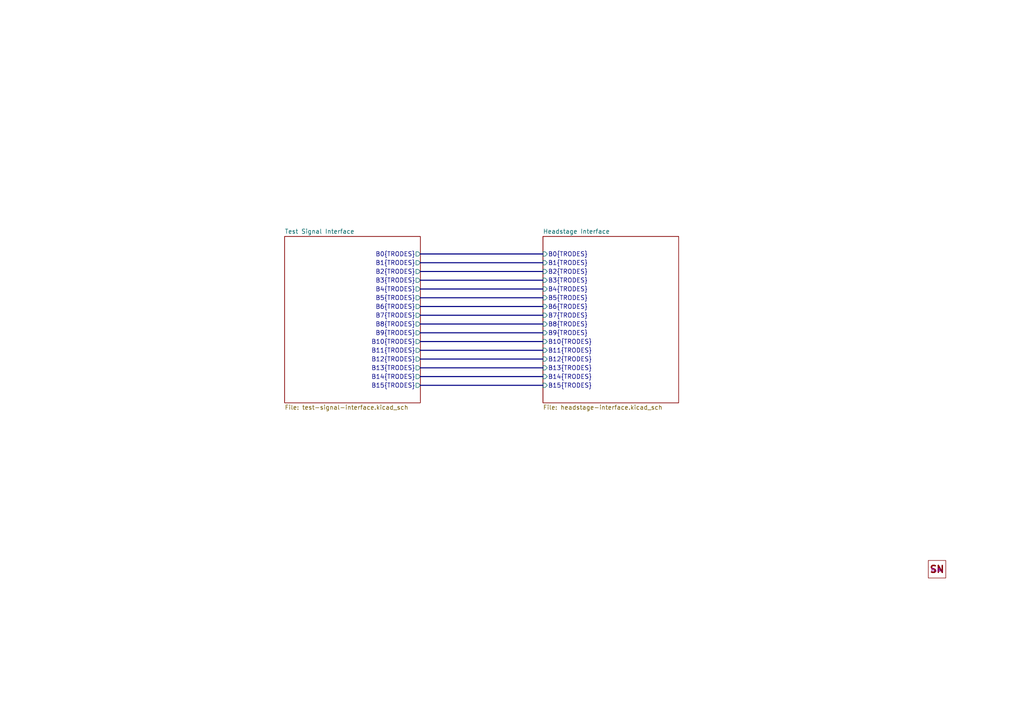
<source format=kicad_sch>
(kicad_sch (version 20250114) (generator "eeschema") (generator_version "9.0")
  (paper "A4")
  (title_block (title "Ephys Test Module - 64 Channel (MOLC)") (rev "B") (company "Open Ephys, Inc."))
  (lib_symbols
    (symbol "open-ephys:OEPS-SN" (in_bom no)
      (property "Reference" "H" (at 0 3.81 0))
      (symbol "OEPS-SN_0_1"
        (rectangle (start -2.54 2.54) (end 2.54 -2.54))
      )
      (symbol "OEPS-SN_1_1"
        (text "SN" (at 0 0 0) (effects (font (size 2 2) (bold yes))))
      )
    )
  )
  (bus (pts (xy 157.48 76.2) (xy 121.92 76.2)))
  (bus (pts (xy 157.48 88.9) (xy 121.92 88.9)))
  (bus (pts (xy 157.48 96.52) (xy 121.92 96.52)))
  (bus (pts (xy 157.48 83.82) (xy 121.92 83.82)))
  (bus (pts (xy 157.48 81.28) (xy 121.92 81.28)))
  (bus (pts (xy 157.48 99.06) (xy 121.92 99.06)))
  (bus (pts (xy 157.48 104.14) (xy 121.92 104.14)))
  (bus (pts (xy 157.48 93.98) (xy 121.92 93.98)))
  (bus (pts (xy 157.48 101.6) (xy 121.92 101.6)))
  (bus (pts (xy 157.48 91.44) (xy 121.92 91.44)))
  (bus (pts (xy 157.48 109.22) (xy 121.92 109.22)))
  (bus (pts (xy 157.48 106.68) (xy 121.92 106.68)))
  (bus (pts (xy 157.48 111.76) (xy 121.92 111.76)))
  (bus (pts (xy 157.48 73.66) (xy 121.92 73.66)))
  (bus (pts (xy 157.48 78.74) (xy 121.92 78.74)))
  (bus (pts (xy 157.48 86.36) (xy 121.92 86.36)))
  (symbol (lib_id "open-ephys:OEPS-SN") (at 271.78 165.1 0) (unit 1) (in_bom no)
    (property "Reference" "H1" (effects (hide yes)))
    (property "Footprint" "open-ephys:OEPS_SN-STICKER-8x20mm" (effects (hide yes)))
    (property "MPN" "n.a." (at 271.78 165.1 0))
    (property "OEPSPN" "n.a." (at 271.78 165.1 0))
  )
  (sheet (at 157.48 68.58) (size 39.37 48.26) (stroke (width 0.1524))
    (property "Sheetname" "Headstage Interface" (at 157.48 67.8684 0) (effects (justify left bottom)))
    (property "Sheetfile" "headstage-interface.kicad_sch" (at 157.48 117.4246 0) (effects (justify left top)))
    (pin "B12{TRODES}" input (at 157.48 104.14 180))
    (pin "B13{TRODES}" input (at 157.48 106.68 180))
    (pin "B8{TRODES}" input (at 157.48 93.98 180))
    (pin "B9{TRODES}" input (at 157.48 96.52 180))
    (pin "B4{TRODES}" input (at 157.48 83.82 180))
    (pin "B5{TRODES}" input (at 157.48 86.36 180))
    (pin "B0{TRODES}" input (at 157.48 73.66 180))
    (pin "B1{TRODES}" input (at 157.48 76.2 180))
    (pin "B2{TRODES}" input (at 157.48 78.74 180))
    (pin "B3{TRODES}" input (at 157.48 81.28 180))
    (pin "B7{TRODES}" input (at 157.48 91.44 180))
    (pin "B6{TRODES}" input (at 157.48 88.9 180))
    (pin "B10{TRODES}" input (at 157.48 99.06 180))
    (pin "B11{TRODES}" input (at 157.48 101.6 180))
    (pin "B14{TRODES}" input (at 157.48 109.22 180))
    (pin "B15{TRODES}" input (at 157.48 111.76 180))
  )
  (sheet (at 82.55 68.58) (size 39.37 48.26) (stroke (width 0.1524))
    (property "Sheetname" "Test Signal Interface" (at 82.55 67.8684 0) (effects (justify left bottom)))
    (property "Sheetfile" "test-signal-interface.kicad_sch" (at 82.55 117.4246 0) (effects (justify left top)))
    (pin "B0{TRODES}" output (at 121.92 73.66 0))
    (pin "B2{TRODES}" output (at 121.92 78.74 0))
    (pin "B5{TRODES}" output (at 121.92 86.36 0))
    (pin "B4{TRODES}" output (at 121.92 83.82 0))
    (pin "B1{TRODES}" output (at 121.92 76.2 0))
    (pin "B3{TRODES}" output (at 121.92 81.28 0))
    (pin "B6{TRODES}" output (at 121.92 88.9 0))
    (pin "B7{TRODES}" output (at 121.92 91.44 0))
    (pin "B9{TRODES}" output (at 121.92 96.52 0))
    (pin "B8{TRODES}" output (at 121.92 93.98 0))
    (pin "B10{TRODES}" output (at 121.92 99.06 0))
    (pin "B11{TRODES}" output (at 121.92 101.6 0))
    (pin "B12{TRODES}" output (at 121.92 104.14 0))
    (pin "B13{TRODES}" output (at 121.92 106.68 0))
    (pin "B14{TRODES}" output (at 121.92 109.22 0))
    (pin "B15{TRODES}" output (at 121.92 111.76 0))
  )
)
</source>
